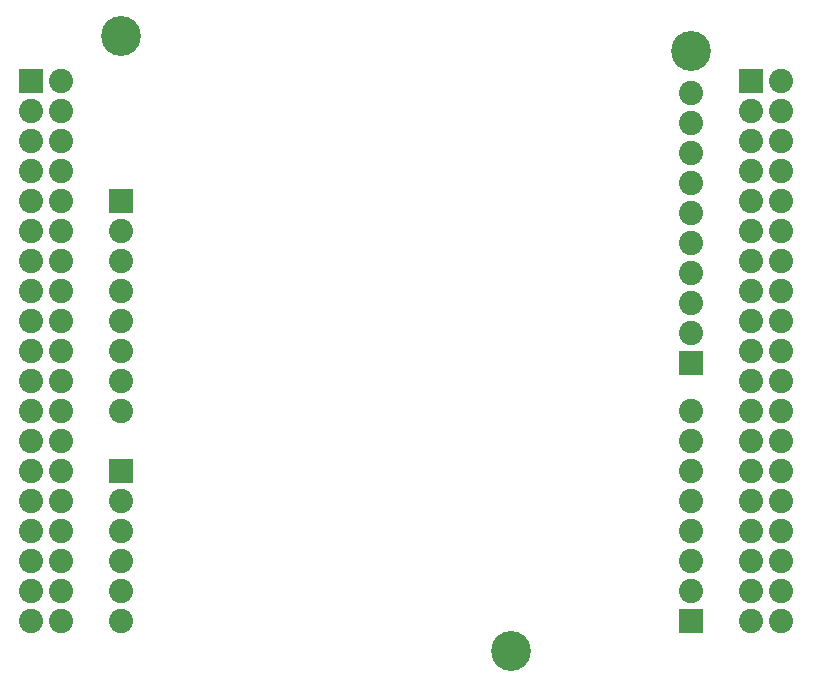
<source format=gbs>
G04 EAGLE Gerber RS-274X export*
G75*
%MOMM*%
%FSLAX34Y34*%
%LPD*%
%INSoldermask Bottom*%
%IPPOS*%
%AMOC8*
5,1,8,0,0,1.08239X$1,22.5*%
G01*
G04 Define Apertures*
%ADD10R,2.053200X2.053200*%
%ADD11C,2.053200*%
%ADD12C,3.378200*%
D10*
X-170700Y284400D03*
D11*
X-170700Y259000D03*
X-170700Y233600D03*
X-170700Y208200D03*
X-170700Y182800D03*
X-170700Y157400D03*
D10*
X-170700Y513000D03*
D11*
X-170700Y487600D03*
X-170700Y462200D03*
X-170700Y436800D03*
X-170700Y411400D03*
X-170700Y386000D03*
X-170700Y360600D03*
X-170700Y335200D03*
D10*
X-246900Y614600D03*
D11*
X-221500Y614600D03*
X-246900Y589200D03*
X-221500Y589200D03*
X-246900Y563800D03*
X-221500Y563800D03*
X-246900Y538400D03*
X-221500Y538400D03*
X-246900Y513000D03*
X-221500Y513000D03*
X-246900Y487600D03*
X-221500Y487600D03*
X-246900Y462200D03*
X-221500Y462200D03*
X-246900Y436800D03*
X-221500Y436800D03*
X-246900Y411400D03*
X-221500Y411400D03*
X-246900Y386000D03*
X-221500Y386000D03*
X-246900Y360600D03*
X-221500Y360600D03*
X-246900Y335200D03*
X-221500Y335200D03*
X-246900Y309800D03*
X-221500Y309800D03*
X-246900Y284400D03*
X-221500Y284400D03*
X-246900Y259000D03*
X-221500Y259000D03*
X-246900Y233600D03*
X-221500Y233600D03*
X-246900Y208200D03*
X-221500Y208200D03*
X-246900Y182800D03*
X-221500Y182800D03*
X-246900Y157400D03*
X-221500Y157400D03*
D10*
X311900Y375840D03*
D11*
X311900Y401240D03*
X311900Y426640D03*
X311900Y452040D03*
X311900Y477440D03*
X311900Y502840D03*
X311900Y528240D03*
X311900Y553640D03*
X311900Y579040D03*
X311900Y604440D03*
X311900Y208200D03*
X311900Y233600D03*
X311900Y259000D03*
X311900Y284400D03*
X311900Y309800D03*
X311900Y335200D03*
D10*
X311900Y157400D03*
D11*
X311900Y182800D03*
D10*
X362700Y614350D03*
D11*
X388100Y614350D03*
X362700Y588950D03*
X388100Y588950D03*
X362700Y563550D03*
X388100Y563550D03*
X362700Y538150D03*
X388100Y538150D03*
X362700Y512750D03*
X388100Y512750D03*
X362700Y487350D03*
X388100Y487350D03*
X362700Y461950D03*
X388100Y461950D03*
X362700Y436550D03*
X388100Y436550D03*
X362700Y411150D03*
X388100Y411150D03*
X362700Y385750D03*
X388100Y385750D03*
X362700Y360350D03*
X388100Y360350D03*
X362700Y334950D03*
X388100Y334950D03*
X362700Y309550D03*
X388100Y309550D03*
X362700Y284150D03*
X388100Y284150D03*
X362700Y258750D03*
X388100Y258750D03*
X362700Y233350D03*
X388100Y233350D03*
X362700Y207950D03*
X388100Y207950D03*
X362700Y182550D03*
X388100Y182550D03*
X362700Y157150D03*
X388100Y157150D03*
D12*
X311900Y640000D03*
X-170700Y652700D03*
X159500Y132000D03*
M02*

</source>
